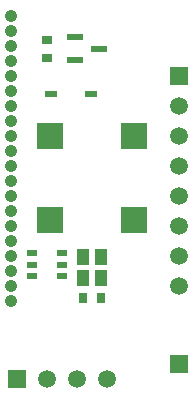
<source format=gbr>
G04*
G04 #@! TF.GenerationSoftware,Altium Limited,Altium Designer,24.9.1 (31)*
G04*
G04 Layer_Color=255*
%FSLAX25Y25*%
%MOIN*%
G70*
G04*
G04 #@! TF.SameCoordinates,DAC1C6B3-9DD7-490D-B82B-BCBA8ACD2817*
G04*
G04*
G04 #@! TF.FilePolarity,Positive*
G04*
G01*
G75*
%ADD28R,0.04331X0.05512*%
%ADD29R,0.09100X0.09100*%
%ADD30R,0.06000X0.06000*%
%ADD31R,0.03200X0.03000*%
%ADD32R,0.03000X0.03200*%
%ADD33R,0.05200X0.02200*%
%ADD34R,0.03750X0.02200*%
%ADD35R,0.04375X0.02365*%
%ADD38C,0.04200*%
%ADD39C,0.05906*%
%ADD40R,0.05906X0.05906*%
%ADD41R,0.05900X0.05900*%
%ADD42C,0.05900*%
D28*
X35000Y64500D02*
D03*
X40905D02*
D03*
X35000Y57500D02*
D03*
X40905D02*
D03*
D29*
X24024Y77024D02*
D03*
X51976D02*
D03*
X24024Y104976D02*
D03*
X51976D02*
D03*
D30*
X67000Y29000D02*
D03*
D31*
X23000Y130950D02*
D03*
Y137050D02*
D03*
D32*
X41050Y51000D02*
D03*
X34950D02*
D03*
D33*
X40497Y134000D02*
D03*
X32503Y130260D02*
D03*
Y137740D02*
D03*
D34*
X28025Y65740D02*
D03*
Y62000D02*
D03*
Y58260D02*
D03*
X17975D02*
D03*
Y62000D02*
D03*
Y65740D02*
D03*
D35*
X24209Y119000D02*
D03*
X37791D02*
D03*
D38*
X11000Y50000D02*
D03*
Y55000D02*
D03*
Y60000D02*
D03*
Y65000D02*
D03*
Y70000D02*
D03*
Y75000D02*
D03*
Y80000D02*
D03*
Y85000D02*
D03*
Y90000D02*
D03*
Y95000D02*
D03*
Y100000D02*
D03*
Y105000D02*
D03*
Y110000D02*
D03*
Y115000D02*
D03*
Y120000D02*
D03*
Y125000D02*
D03*
Y130000D02*
D03*
Y135000D02*
D03*
Y140000D02*
D03*
Y145000D02*
D03*
D39*
X67000Y55000D02*
D03*
Y65000D02*
D03*
Y75000D02*
D03*
Y85000D02*
D03*
Y95000D02*
D03*
Y105000D02*
D03*
Y115000D02*
D03*
D40*
Y125000D02*
D03*
D41*
X13000Y24000D02*
D03*
D42*
X23000D02*
D03*
X33000D02*
D03*
X43000D02*
D03*
M02*

</source>
